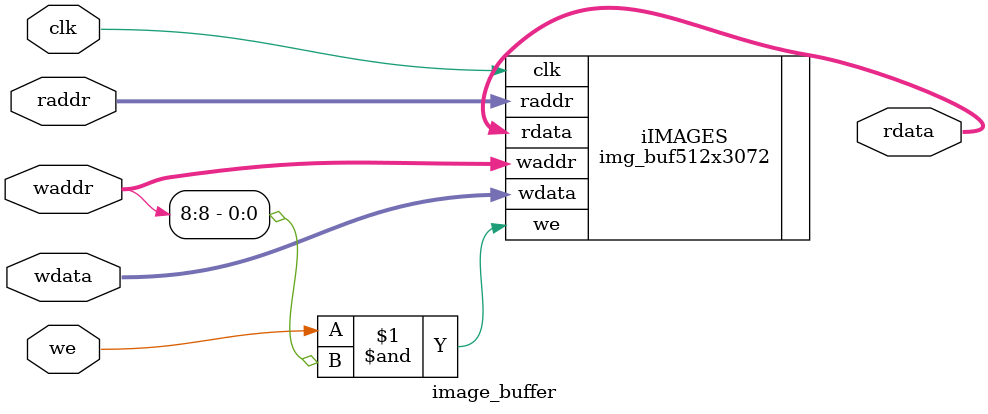
<source format=sv>
module image_buffer(
    input logic clk,
    input logic [8:0] raddr,
    input logic [8:0] waddr,
    input logic we,
    input logic [3071:0] wdata,
    output logic [3071:0] rdata
);

    img_buf512x3072 iIMAGES(
        .clk(clk), .we(we & waddr[8]), .waddr(waddr), .raddr(raddr),
        .wdata(wdata), .rdata(rdata));

endmodule
</source>
